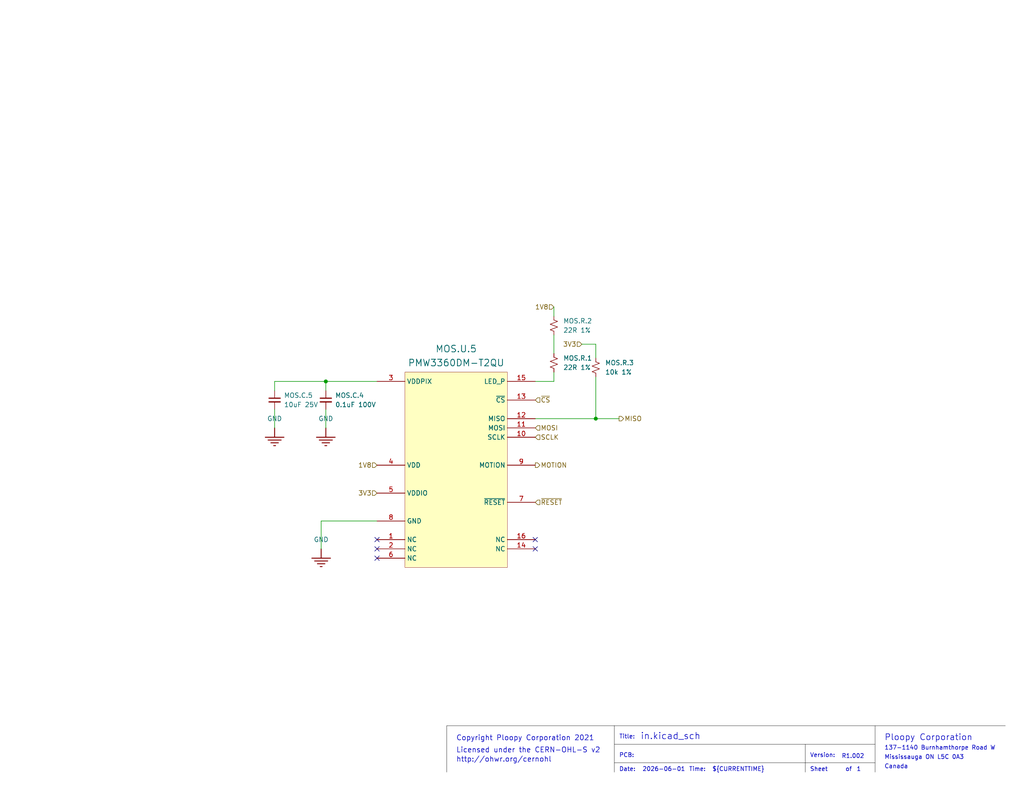
<source format=kicad_sch>
(kicad_sch (version 20231120) (generator "eeschema") (generator_version "8.0")
  (paper "USLetter")
  (title_block (rev "R1.002") (company "Ploopy Corporation"))
  (lib_symbols
    (symbol "Device:C_Small" (pin_numbers hide) (pin_names (offset 0.254) hide)
      (property "Reference" "C" (at 0.254 1.778 0))
      (property "Value" "C_Small" (at 0.254 -2.032 0))
      (symbol "C_Small_0_1"
        (polyline (pts (xy -1.524 -0.508) (xy 1.524 -0.508)) (stroke (width 0.3302)))
        (polyline (pts (xy -1.524 0.508) (xy 1.524 0.508)) (stroke (width 0.3048)))
      )
      (symbol "C_Small_1_1"
        (pin passive line (at 0 2.54 270) (length 2.032) (name "~") (number "1"))
        (pin passive line (at 0 -2.54 90) (length 2.032) (name "~") (number "2"))
      )
    )
    (symbol "Device:R_Small_US" (pin_numbers hide) (pin_names (offset 0.254) hide)
      (property "Reference" "R" (at 0.762 0.508 0))
      (property "Value" "R_Small_US" (at 0.762 -1.016 0))
      (symbol "R_Small_US_1_1"
        (polyline (pts (xy 0 0) (xy 1.016 -0.381) (xy 0 -0.762) (xy -1.016 -1.143) (xy 0 -1.524)))
        (polyline (pts (xy 0 1.524) (xy 1.016 1.143) (xy 0 0.762) (xy -1.016 0.381) (xy 0 0)))
        (pin passive line (at 0 2.54 270) (length 1.016) (name "~") (number "1"))
        (pin passive line (at 0 -2.54 90) (length 1.016) (name "~") (number "2"))
      )
    )
    (symbol "Mini-altium-import:GND_POWER_GROUND" (power)
      (property "Reference" "#PWR" (at 0 0 0))
      (property "Value" "GND" (at 0 6.35 0))
      (symbol "GND_POWER_GROUND_0_0"
        (polyline (pts (xy -2.54 -2.54) (xy 2.54 -2.54)) (stroke (width 0.254)))
        (polyline (pts (xy -1.778 -3.302) (xy 1.778 -3.302)) (stroke (width 0.254)))
        (polyline (pts (xy -1.016 -4.064) (xy 1.016 -4.064)) (stroke (width 0.254)))
        (polyline (pts (xy -0.254 -4.826) (xy 0.254 -4.826)) (stroke (width 0.254)))
        (polyline (pts (xy 0 0) (xy 0 -2.54)) (stroke (width 0.254)))
        (pin power_in line (at 0 0 0) (length 0) hide (name "GND") (number ""))
      )
    )
    (symbol "OptoElectronics.PcbLib:PMW3360DM-T2QU"
      (property "Reference" "U" (at -1.27 1.27 0))
      (property "Value" "PMW3360DM-T2QU" (at -1.27 -3.81 0))
      (symbol "PMW3360DM-T2QU_1_0"
        (rectangle (start 17.78 5.08) (end -10.16 -48.26) (stroke (width 0.0254) (color 128 0 0 1)) (fill (type background)))
        (pin passive line (at -17.78 -40.64 0) (length 7.62) (name "NC") (number "1"))
        (pin input line (at 25.4 -12.7 180) (length 7.62) (name "SCLK") (number "10"))
        (pin input line (at 25.4 -10.16 180) (length 7.62) (name "MOSI") (number "11"))
        (pin output line (at 25.4 -7.62 180) (length 7.62) (name "MISO") (number "12"))
        (pin input line (at 25.4 -2.54 180) (length 7.62) (name "~{CS}") (number "13"))
        (pin passive line (at 25.4 -43.18 180) (length 7.62) (name "NC") (number "14"))
        (pin input line (at 25.4 2.54 180) (length 7.62) (name "LED_P") (number "15"))
        (pin passive line (at 25.4 -40.64 180) (length 7.62) (name "NC") (number "16"))
        (pin passive line (at -17.78 -43.18 0) (length 7.62) (name "NC") (number "2"))
        (pin power_in line (at -17.78 2.54 0) (length 7.62) (name "VDDPIX") (number "3"))
        (pin power_in line (at -17.78 -20.32 0) (length 7.62) (name "VDD") (number "4"))
        (pin power_in line (at -17.78 -27.94 0) (length 7.62) (name "VDDIO") (number "5"))
        (pin passive line (at -17.78 -45.72 0) (length 7.62) (name "NC") (number "6"))
        (pin input line (at 25.4 -30.48 180) (length 7.62) (name "~{RESET}") (number "7"))
        (pin power_in line (at -17.78 -35.56 0) (length 7.62) (name "GND") (number "8"))
        (pin output line (at 25.4 -20.32 180) (length 7.62) (name "MOTION") (number "9"))
      )
    )
  )
  (junction (at 88.9 104.14))
  (junction (at 162.56 114.3))
  (no_connect (at 146.05 147.32))
  (no_connect (at 102.87 147.32))
  (no_connect (at 102.87 152.4))
  (no_connect (at 102.87 149.86))
  (no_connect (at 146.05 149.86))
  (wire (pts (xy 162.56 102.87) (xy 162.56 114.3)))
  (wire (pts (xy 88.9 104.14) (xy 88.9 106.68)))
  (wire (pts (xy 151.13 101.6) (xy 151.13 104.14)))
  (polyline (pts (xy 167.64 208.28) (xy 238.76 208.28)) (stroke (width 0.0254) (type solid) (color 0 0 0 1)))
  (wire (pts (xy 151.13 83.82) (xy 151.13 86.36)))
  (wire (pts (xy 158.75 93.98) (xy 162.56 93.98)))
  (polyline (pts (xy 167.64 198.12) (xy 167.64 210.82)) (stroke (width 0.0254) (type solid) (color 0 0 0 1)))
  (wire (pts (xy 88.9 116.84) (xy 88.9 111.76)))
  (polyline (pts (xy 121.92 198.12) (xy 121.92 210.82)) (stroke (width 0.0254) (type solid) (color 0 0 0 1)))
  (wire (pts (xy 74.93 104.14) (xy 74.93 106.68)))
  (wire (pts (xy 151.13 91.44) (xy 151.13 96.52)))
  (wire (pts (xy 162.56 114.3) (xy 168.91 114.3)))
  (wire (pts (xy 102.87 142.24) (xy 87.63 142.24)))
  (wire (pts (xy 74.93 116.84) (xy 74.93 111.76)))
  (polyline (pts (xy 274.32 198.12) (xy 167.64 198.12)) (stroke (width 0.0254) (type solid) (color 0 0 0 1)))
  (wire (pts (xy 146.05 114.3) (xy 162.56 114.3)))
  (wire (pts (xy 146.05 104.14) (xy 151.13 104.14)))
  (polyline (pts (xy 238.76 198.12) (xy 238.76 210.82)) (stroke (width 0.0254) (type solid) (color 0 0 0 1)))
  (polyline (pts (xy 219.71 203.2) (xy 219.71 210.82)) (stroke (width 0.0254) (type solid) (color 0 0 0 1)))
  (polyline (pts (xy 167.64 198.12) (xy 121.92 198.12)) (stroke (width 0.0254) (type solid) (color 0 0 0 1)))
  (wire (pts (xy 87.63 142.24) (xy 87.63 149.86)))
  (wire (pts (xy 88.9 104.14) (xy 74.93 104.14)))
  (wire (pts (xy 102.87 104.14) (xy 88.9 104.14)))
  (polyline (pts (xy 167.64 203.2) (xy 238.76 203.2)) (stroke (width 0.0254) (type solid) (color 0 0 0 1)))
  (wire (pts (xy 162.56 93.98) (xy 162.56 97.79)))
  (text "${#}" (at 226.822 210.82 0) (effects (font (size 1.143 1.143)) (justify left bottom)))
  (text "of" (at 230.632 210.82 0) (effects (font (size 1.143 1.143)) (justify left bottom)))
  (text "Canada" (at 241.3 210.058 0) (effects (font (size 1.143 1.143)) (justify left bottom)))
  (text "Mississauga ON L5C 0A3" (at 241.3 207.518 0) (effects (font (size 1.143 1.143)) (justify left bottom)))
  (text "Ploopy Corporation" (at 241.3 202.438 0) (effects (font (size 1.651 1.651)) (justify left bottom)))
  (text "http://ohwr.org/cernohl" (at 124.46 208.28 0) (effects (font (size 1.397 1.397)) (justify left bottom)))
  (text "Time:" (at 187.96 210.82 0) (effects (font (size 1.143 1.143)) (justify left bottom)))
  (text "${REVISION}" (at 229.616 207.264 0) (effects (font (size 1.143 1.143)) (justify left bottom)))
  (text "${PROJECTNAME}" (at 174.752 207.264 0) (effects (font (size 1.651 1.651)) (justify left bottom)))
  (text "Title:" (at 168.91 201.93 0) (effects (font (size 1.143 1.143)) (justify left bottom)))
  (text "Sheet" (at 220.98 210.82 0) (effects (font (size 1.143 1.143)) (justify left bottom)))
  (text "${CURRENTTIME}" (at 194.31 210.82 0) (effects (font (size 1.143 1.143)) (justify left bottom)))
  (text "${CURRENT_DATE}" (at 175.26 210.82 0) (effects (font (size 1.143 1.143)) (justify left bottom)))
  (text "137-1140 Burnhamthorpe Road W" (at 241.3 204.978 0) (effects (font (size 1.143 1.143)) (justify left bottom)))
  (text "PCB:" (at 168.91 207.01 0) (effects (font (size 1.143 1.143)) (justify left bottom)))
  (text "Copyright Ploopy Corporation 2021" (at 124.46 202.438 0) (effects (font (size 1.397 1.397)) (justify left bottom)))
  (text "Version:" (at 220.98 207.01 0) (effects (font (size 1.143 1.143)) (justify left bottom)))
  (text "Licensed under the CERN-OHL-S v2" (at 124.46 205.74 0) (effects (font (size 1.397 1.397)) (justify left bottom)))
  (text "${##}" (at 233.68 210.82 0) (effects (font (size 1.143 1.143)) (justify left bottom)))
  (text "Date:" (at 168.91 210.82 0) (effects (font (size 1.143 1.143)) (justify left bottom)))
  (text "${FILENAME}" (at 174.752 202.184 0) (effects (font (size 1.778 1.778)) (justify left bottom)))
  (hierarchical_label "3V3" (shape input) (at 158.75 93.98 180))
  (hierarchical_label "~{CS}" (shape input) (at 146.05 109.22 0))
  (hierarchical_label "~{RESET}" (shape input) (at 146.05 137.16 0))
  (hierarchical_label "1V8" (shape input) (at 151.13 83.82 180))
  (hierarchical_label "3V3" (shape input) (at 102.87 134.62 180))
  (hierarchical_label "MOTION" (shape output) (at 146.05 127 0))
  (hierarchical_label "MOSI" (shape input) (at 146.05 116.84 0))
  (hierarchical_label "1V8" (shape input) (at 102.87 127 180))
  (hierarchical_label "MISO" (shape output) (at 168.91 114.3 0))
  (hierarchical_label "SCLK" (shape input) (at 146.05 119.38 0))
  (symbol (lib_id "Mini-altium-import:GND_POWER_GROUND") (at 88.9 116.84 0) (unit 1)
    (property "Reference" "#PWR09" (effects (hide yes)))
    (property "Value" "GND" (at 88.9 114.3 0))
    (property "Description" "Power symbol creates a global label with name 'GND'" (effects (hide yes)))
  )
  (symbol (lib_id "OptoElectronics.PcbLib:PMW3360DM-T2QU") (at 120.65 106.68 0) (unit 1)
    (property "Reference" "MOS.U.5" (at 124.46 95.25 0) (effects (font (size 1.8288 1.8288))))
    (property "Value" "PMW3360DM-T2QU" (at 124.46 99.06 0) (effects (font (size 1.8288 1.8288))))
    (property "Footprint" "OptoElectronics:PMW3360DM-T2QU" (effects (hide yes)))
    (property "Description" "Optical Gaming Navigation Sensor" (effects (hide yes)))
    (property "PNP-Nzl" "4" (effects (hide yes)))
    (property "PNP-dx" "0" (effects (hide yes)))
    (property "PNP-dy" "0" (effects (hide yes)))
    (property "PNP-X" "4.9" (effects (hide yes)))
    (property "PNP-Y" "3.9" (effects (hide yes)))
    (property "PNP-A" "0" (effects (hide yes)))
    (property "PNP-Pt" "0" (effects (hide yes)))
    (property "PNP-W" "0.1" (effects (hide yes)))
    (property "PNP-Thk" "1.45" (effects (hide yes)))
    (property "PNP-Lv" "26" (effects (hide yes)))
    (property "PNP-TS" "70" (effects (hide yes)))
    (property "PNP-Level" "1.3" (effects (hide yes)))
    (property "PNP-Type" "QFP" (effects (hide yes)))
    (property "PNP-Voff" "0" (effects (hide yes)))
    (property "PNP-FeedType" "Tape" (effects (hide yes)))
    (property "PNP-TapeWidth" "12" (effects (hide yes)))
    (property "PNP-PlacePriority" "3" (effects (hide yes)))
    (property "PNP-TapeIndex" "2" (effects (hide yes)))
    (property "PNP-da" "0" (effects (hide yes)))
  )
  (symbol (lib_id "Device:R_Small_US") (at 162.56 100.33 0) (unit 1)
    (property "Reference" "MOS.R.3" (at 165.1 99.0599 0) (effects (justify left)))
    (property "Value" "10k 1%" (at 165.1 101.5999 0) (effects (justify left)))
    (property "Footprint" "Chip_Passives.PcbLib:0805" (effects (hide yes)))
    (property "Description" "Resistor, small US symbol" (effects (hide yes)))
  )
  (symbol (lib_id "Device:C_Small") (at 88.9 109.22 0) (unit 1)
    (property "Reference" "MOS.C.4" (at 91.44 107.9562 0) (effects (justify left)))
    (property "Value" "0.1uF 100V" (at 91.44 110.4962 0) (effects (justify left)))
    (property "Footprint" "Chip_Passives.PcbLib:0805" (effects (hide yes)))
    (property "Description" "Unpolarized capacitor, small symbol" (effects (hide yes)))
  )
  (symbol (lib_id "Device:R_Small_US") (at 151.13 88.9 0) (unit 1)
    (property "Reference" "MOS.R.2" (at 153.67 87.6299 0) (effects (justify left)))
    (property "Value" "22R 1%" (at 153.67 90.1699 0) (effects (justify left)))
    (property "Footprint" "Chip_Passives.PcbLib:0805" (effects (hide yes)))
    (property "Description" "Resistor, small US symbol" (effects (hide yes)))
  )
  (symbol (lib_id "Mini-altium-import:GND_POWER_GROUND") (at 74.93 116.84 0) (unit 1)
    (property "Reference" "#PWR08" (effects (hide yes)))
    (property "Value" "GND" (at 74.93 114.3 0))
    (property "Description" "Power symbol creates a global label with name 'GND'" (effects (hide yes)))
  )
  (symbol (lib_id "Mini-altium-import:GND_POWER_GROUND") (at 87.63 149.86 0) (unit 1)
    (property "Reference" "#PWR010" (effects (hide yes)))
    (property "Value" "GND" (at 87.63 147.32 0))
    (property "Description" "Power symbol creates a global label with name 'GND'" (effects (hide yes)))
  )
  (symbol (lib_id "Device:C_Small") (at 74.93 109.22 0) (unit 1)
    (property "Reference" "MOS.C.5" (at 77.47 107.9562 0) (effects (justify left)))
    (property "Value" "10uF 25V" (at 77.47 110.4962 0) (effects (justify left)))
    (property "Footprint" "Chip_Passives.PcbLib:0805" (effects (hide yes)))
    (property "Description" "Unpolarized capacitor, small symbol" (effects (hide yes)))
  )
  (symbol (lib_id "Device:R_Small_US") (at 151.13 99.06 0) (unit 1)
    (property "Reference" "MOS.R.1" (at 153.67 97.7899 0) (effects (justify left)))
    (property "Value" "22R 1%" (at 153.67 100.3299 0) (effects (justify left)))
    (property "Footprint" "Chip_Passives.PcbLib:0805" (effects (hide yes)))
    (property "Description" "Resistor, small US symbol" (effects (hide yes)))
  )
)
</source>
